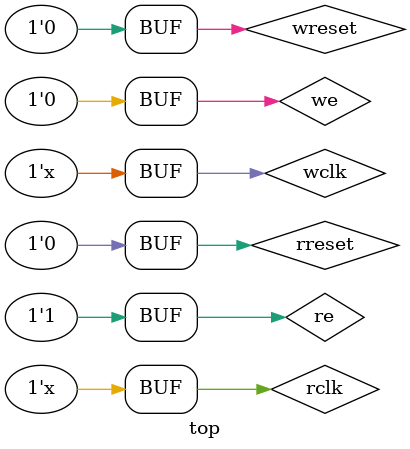
<source format=sv>
`include "trans.sv"
`include "gen.sv"
`include "drive.sv"
`include "inm.sv"
`include "om.sv"
`include "scrb.sv"
`include "env.sv"
`include "interf.sv"
`include "rtl.v"
`include "tb.sv"
`include "ass.sv"

module top;
bit wclk,rclk;
bit we,re;
bit wreset,rreset;
always #10 wclk=~wclk;
always #5 rclk=~rclk;

initial begin 
wclk=0;
rclk=0;
wreset=1;
rreset=1;
#20;
wreset=0;
rreset=0;
we=1;
re=0;
#200;
we=0;
re=1;
end

interf i(.wclk(wclk),.wreset(wreset),.rclk(rclk),.rreset(rreset),.we(we),.re(re));
asyfifo dut (.wclk(i.wclk),.rclk(i.rclk),.wreset(i.wreset),.rreset(i.rreset),.datain(i.datain),.we(i.we),.re(i.re),.dataout(i.dataout),.full(i.full),.empty(i.empty));
tb f(i);
ass s(i);
endmodule



</source>
